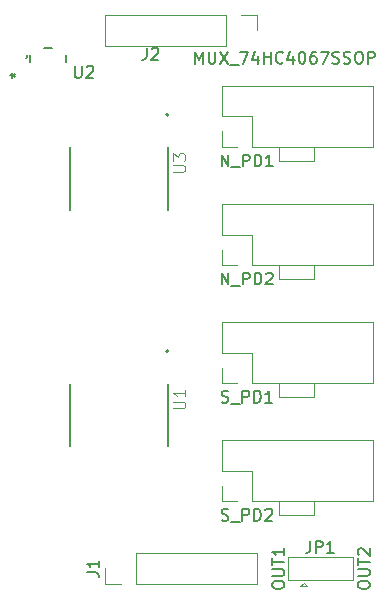
<source format=gto>
%TF.GenerationSoftware,KiCad,Pcbnew,(5.1.6-0-10_14)*%
%TF.CreationDate,2021-04-14T13:26:41+09:00*%
%TF.ProjectId,qPCR-photo_mux_74HC4067SSOP,71504352-2d70-4686-9f74-6f5f6d75785f,rev?*%
%TF.SameCoordinates,Original*%
%TF.FileFunction,Legend,Top*%
%TF.FilePolarity,Positive*%
%FSLAX46Y46*%
G04 Gerber Fmt 4.6, Leading zero omitted, Abs format (unit mm)*
G04 Created by KiCad (PCBNEW (5.1.6-0-10_14)) date 2021-04-14 13:26:41*
%MOMM*%
%LPD*%
G01*
G04 APERTURE LIST*
%ADD10C,0.150000*%
%ADD11C,0.120000*%
%ADD12C,0.152400*%
%ADD13C,0.127000*%
%ADD14C,0.200000*%
%ADD15C,0.015000*%
G04 APERTURE END LIST*
D10*
X113202380Y-111476190D02*
X113202380Y-111285714D01*
X113250000Y-111190476D01*
X113345238Y-111095238D01*
X113535714Y-111047619D01*
X113869047Y-111047619D01*
X114059523Y-111095238D01*
X114154761Y-111190476D01*
X114202380Y-111285714D01*
X114202380Y-111476190D01*
X114154761Y-111571428D01*
X114059523Y-111666666D01*
X113869047Y-111714285D01*
X113535714Y-111714285D01*
X113345238Y-111666666D01*
X113250000Y-111571428D01*
X113202380Y-111476190D01*
X113202380Y-110619047D02*
X114011904Y-110619047D01*
X114107142Y-110571428D01*
X114154761Y-110523809D01*
X114202380Y-110428571D01*
X114202380Y-110238095D01*
X114154761Y-110142857D01*
X114107142Y-110095238D01*
X114011904Y-110047619D01*
X113202380Y-110047619D01*
X113202380Y-109714285D02*
X113202380Y-109142857D01*
X114202380Y-109428571D02*
X113202380Y-109428571D01*
X113297619Y-108857142D02*
X113250000Y-108809523D01*
X113202380Y-108714285D01*
X113202380Y-108476190D01*
X113250000Y-108380952D01*
X113297619Y-108333333D01*
X113392857Y-108285714D01*
X113488095Y-108285714D01*
X113630952Y-108333333D01*
X114202380Y-108904761D01*
X114202380Y-108285714D01*
X105952380Y-111476190D02*
X105952380Y-111285714D01*
X106000000Y-111190476D01*
X106095238Y-111095238D01*
X106285714Y-111047619D01*
X106619047Y-111047619D01*
X106809523Y-111095238D01*
X106904761Y-111190476D01*
X106952380Y-111285714D01*
X106952380Y-111476190D01*
X106904761Y-111571428D01*
X106809523Y-111666666D01*
X106619047Y-111714285D01*
X106285714Y-111714285D01*
X106095238Y-111666666D01*
X106000000Y-111571428D01*
X105952380Y-111476190D01*
X105952380Y-110619047D02*
X106761904Y-110619047D01*
X106857142Y-110571428D01*
X106904761Y-110523809D01*
X106952380Y-110428571D01*
X106952380Y-110238095D01*
X106904761Y-110142857D01*
X106857142Y-110095238D01*
X106761904Y-110047619D01*
X105952380Y-110047619D01*
X105952380Y-109714285D02*
X105952380Y-109142857D01*
X106952380Y-109428571D02*
X105952380Y-109428571D01*
X106952380Y-108285714D02*
X106952380Y-108857142D01*
X106952380Y-108571428D02*
X105952380Y-108571428D01*
X106095238Y-108666666D01*
X106190476Y-108761904D01*
X106238095Y-108857142D01*
X99428571Y-67252380D02*
X99428571Y-66252380D01*
X99761904Y-66966666D01*
X100095238Y-66252380D01*
X100095238Y-67252380D01*
X100571428Y-66252380D02*
X100571428Y-67061904D01*
X100619047Y-67157142D01*
X100666666Y-67204761D01*
X100761904Y-67252380D01*
X100952380Y-67252380D01*
X101047619Y-67204761D01*
X101095238Y-67157142D01*
X101142857Y-67061904D01*
X101142857Y-66252380D01*
X101523809Y-66252380D02*
X102190476Y-67252380D01*
X102190476Y-66252380D02*
X101523809Y-67252380D01*
X102333333Y-67347619D02*
X103095238Y-67347619D01*
X103238095Y-66252380D02*
X103904761Y-66252380D01*
X103476190Y-67252380D01*
X104714285Y-66585714D02*
X104714285Y-67252380D01*
X104476190Y-66204761D02*
X104238095Y-66919047D01*
X104857142Y-66919047D01*
X105238095Y-67252380D02*
X105238095Y-66252380D01*
X105238095Y-66728571D02*
X105809523Y-66728571D01*
X105809523Y-67252380D02*
X105809523Y-66252380D01*
X106857142Y-67157142D02*
X106809523Y-67204761D01*
X106666666Y-67252380D01*
X106571428Y-67252380D01*
X106428571Y-67204761D01*
X106333333Y-67109523D01*
X106285714Y-67014285D01*
X106238095Y-66823809D01*
X106238095Y-66680952D01*
X106285714Y-66490476D01*
X106333333Y-66395238D01*
X106428571Y-66300000D01*
X106571428Y-66252380D01*
X106666666Y-66252380D01*
X106809523Y-66300000D01*
X106857142Y-66347619D01*
X107714285Y-66585714D02*
X107714285Y-67252380D01*
X107476190Y-66204761D02*
X107238095Y-66919047D01*
X107857142Y-66919047D01*
X108428571Y-66252380D02*
X108523809Y-66252380D01*
X108619047Y-66300000D01*
X108666666Y-66347619D01*
X108714285Y-66442857D01*
X108761904Y-66633333D01*
X108761904Y-66871428D01*
X108714285Y-67061904D01*
X108666666Y-67157142D01*
X108619047Y-67204761D01*
X108523809Y-67252380D01*
X108428571Y-67252380D01*
X108333333Y-67204761D01*
X108285714Y-67157142D01*
X108238095Y-67061904D01*
X108190476Y-66871428D01*
X108190476Y-66633333D01*
X108238095Y-66442857D01*
X108285714Y-66347619D01*
X108333333Y-66300000D01*
X108428571Y-66252380D01*
X109619047Y-66252380D02*
X109428571Y-66252380D01*
X109333333Y-66300000D01*
X109285714Y-66347619D01*
X109190476Y-66490476D01*
X109142857Y-66680952D01*
X109142857Y-67061904D01*
X109190476Y-67157142D01*
X109238095Y-67204761D01*
X109333333Y-67252380D01*
X109523809Y-67252380D01*
X109619047Y-67204761D01*
X109666666Y-67157142D01*
X109714285Y-67061904D01*
X109714285Y-66823809D01*
X109666666Y-66728571D01*
X109619047Y-66680952D01*
X109523809Y-66633333D01*
X109333333Y-66633333D01*
X109238095Y-66680952D01*
X109190476Y-66728571D01*
X109142857Y-66823809D01*
X110047619Y-66252380D02*
X110714285Y-66252380D01*
X110285714Y-67252380D01*
X111047619Y-67204761D02*
X111190476Y-67252380D01*
X111428571Y-67252380D01*
X111523809Y-67204761D01*
X111571428Y-67157142D01*
X111619047Y-67061904D01*
X111619047Y-66966666D01*
X111571428Y-66871428D01*
X111523809Y-66823809D01*
X111428571Y-66776190D01*
X111238095Y-66728571D01*
X111142857Y-66680952D01*
X111095238Y-66633333D01*
X111047619Y-66538095D01*
X111047619Y-66442857D01*
X111095238Y-66347619D01*
X111142857Y-66300000D01*
X111238095Y-66252380D01*
X111476190Y-66252380D01*
X111619047Y-66300000D01*
X112000000Y-67204761D02*
X112142857Y-67252380D01*
X112380952Y-67252380D01*
X112476190Y-67204761D01*
X112523809Y-67157142D01*
X112571428Y-67061904D01*
X112571428Y-66966666D01*
X112523809Y-66871428D01*
X112476190Y-66823809D01*
X112380952Y-66776190D01*
X112190476Y-66728571D01*
X112095238Y-66680952D01*
X112047619Y-66633333D01*
X112000000Y-66538095D01*
X112000000Y-66442857D01*
X112047619Y-66347619D01*
X112095238Y-66300000D01*
X112190476Y-66252380D01*
X112428571Y-66252380D01*
X112571428Y-66300000D01*
X113190476Y-66252380D02*
X113380952Y-66252380D01*
X113476190Y-66300000D01*
X113571428Y-66395238D01*
X113619047Y-66585714D01*
X113619047Y-66919047D01*
X113571428Y-67109523D01*
X113476190Y-67204761D01*
X113380952Y-67252380D01*
X113190476Y-67252380D01*
X113095238Y-67204761D01*
X113000000Y-67109523D01*
X112952380Y-66919047D01*
X112952380Y-66585714D01*
X113000000Y-66395238D01*
X113095238Y-66300000D01*
X113190476Y-66252380D01*
X114047619Y-67252380D02*
X114047619Y-66252380D01*
X114428571Y-66252380D01*
X114523809Y-66300000D01*
X114571428Y-66347619D01*
X114619047Y-66442857D01*
X114619047Y-66585714D01*
X114571428Y-66680952D01*
X114523809Y-66728571D01*
X114428571Y-66776190D01*
X114047619Y-66776190D01*
D11*
%TO.C,J2*%
X91808000Y-63110000D02*
X91808000Y-65770000D01*
X102028000Y-63110000D02*
X91808000Y-63110000D01*
X102028000Y-65770000D02*
X91808000Y-65770000D01*
X102028000Y-63110000D02*
X102028000Y-65770000D01*
X103298000Y-63110000D02*
X104628000Y-63110000D01*
X104628000Y-63110000D02*
X104628000Y-64440000D01*
%TO.C,JP1*%
X108900000Y-111500000D02*
X108600000Y-111200000D01*
X108300000Y-111500000D02*
X108900000Y-111500000D01*
X108600000Y-111200000D02*
X108300000Y-111500000D01*
X107250000Y-110950000D02*
X107250000Y-109000000D01*
X112750000Y-110950000D02*
X107250000Y-110950000D01*
X112750000Y-109000000D02*
X112750000Y-110950000D01*
X107250000Y-109000000D02*
X112750000Y-109000000D01*
%TO.C,N_PD1*%
X101670000Y-74330000D02*
X101670000Y-73000000D01*
X103000000Y-74330000D02*
X101670000Y-74330000D01*
X101670000Y-71730000D02*
X101670000Y-69130000D01*
X104270000Y-71730000D02*
X101670000Y-71730000D01*
X104270000Y-74330000D02*
X104270000Y-71730000D01*
X101670000Y-69130000D02*
X114490000Y-69130000D01*
X104270000Y-74330000D02*
X114490000Y-74330000D01*
X114490000Y-74330000D02*
X114490000Y-69130000D01*
X106500000Y-74330000D02*
X106500000Y-75500000D01*
X106500000Y-75500000D02*
X109500000Y-75500000D01*
X109500000Y-75500000D02*
X109500000Y-74330000D01*
%TO.C,N_PD2*%
X109500000Y-85500000D02*
X109500000Y-84330000D01*
X106500000Y-85500000D02*
X109500000Y-85500000D01*
X106500000Y-84330000D02*
X106500000Y-85500000D01*
X114490000Y-84330000D02*
X114490000Y-79130000D01*
X104270000Y-84330000D02*
X114490000Y-84330000D01*
X101670000Y-79130000D02*
X114490000Y-79130000D01*
X104270000Y-84330000D02*
X104270000Y-81730000D01*
X104270000Y-81730000D02*
X101670000Y-81730000D01*
X101670000Y-81730000D02*
X101670000Y-79130000D01*
X103000000Y-84330000D02*
X101670000Y-84330000D01*
X101670000Y-84330000D02*
X101670000Y-83000000D01*
%TO.C,S_PD1*%
X109500000Y-95500000D02*
X109500000Y-94330000D01*
X106500000Y-95500000D02*
X109500000Y-95500000D01*
X106500000Y-94330000D02*
X106500000Y-95500000D01*
X114490000Y-94330000D02*
X114490000Y-89130000D01*
X104270000Y-94330000D02*
X114490000Y-94330000D01*
X101670000Y-89130000D02*
X114490000Y-89130000D01*
X104270000Y-94330000D02*
X104270000Y-91730000D01*
X104270000Y-91730000D02*
X101670000Y-91730000D01*
X101670000Y-91730000D02*
X101670000Y-89130000D01*
X103000000Y-94330000D02*
X101670000Y-94330000D01*
X101670000Y-94330000D02*
X101670000Y-93000000D01*
%TO.C,S_PD2*%
X101670000Y-104330000D02*
X101670000Y-103000000D01*
X103000000Y-104330000D02*
X101670000Y-104330000D01*
X101670000Y-101730000D02*
X101670000Y-99130000D01*
X104270000Y-101730000D02*
X101670000Y-101730000D01*
X104270000Y-104330000D02*
X104270000Y-101730000D01*
X101670000Y-99130000D02*
X114490000Y-99130000D01*
X104270000Y-104330000D02*
X114490000Y-104330000D01*
X114490000Y-104330000D02*
X114490000Y-99130000D01*
X106500000Y-104330000D02*
X106500000Y-105500000D01*
X106500000Y-105500000D02*
X109500000Y-105500000D01*
X109500000Y-105500000D02*
X109500000Y-104330000D01*
D12*
%TO.C,U2*%
X88474000Y-67108716D02*
X88474000Y-66503684D01*
X87287861Y-65929900D02*
X86612139Y-65929900D01*
X85426000Y-66503684D02*
X85426000Y-67108716D01*
X85223516Y-66578377D02*
G75*
G03*
X85121200Y-66806200I202484J-227823D01*
G01*
D13*
%TO.C,U1*%
X88865000Y-94350000D02*
X88865000Y-99650000D01*
X97135000Y-94350000D02*
X97135000Y-99650000D01*
D14*
X97155000Y-91595000D02*
G75*
G03*
X97155000Y-91595000I-100000J0D01*
G01*
%TO.C,U3*%
X97155000Y-71595000D02*
G75*
G03*
X97155000Y-71595000I-100000J0D01*
G01*
D13*
X97135000Y-74350000D02*
X97135000Y-79650000D01*
X88865000Y-74350000D02*
X88865000Y-79650000D01*
D11*
%TO.C,J1*%
X104628000Y-111330000D02*
X104628000Y-108670000D01*
X94408000Y-111330000D02*
X104628000Y-111330000D01*
X94408000Y-108670000D02*
X104628000Y-108670000D01*
X94408000Y-111330000D02*
X94408000Y-108670000D01*
X93138000Y-111330000D02*
X91808000Y-111330000D01*
X91808000Y-111330000D02*
X91808000Y-110000000D01*
%TO.C,J2*%
D10*
X95316666Y-65927380D02*
X95316666Y-66641666D01*
X95269047Y-66784523D01*
X95173809Y-66879761D01*
X95030952Y-66927380D01*
X94935714Y-66927380D01*
X95745238Y-66022619D02*
X95792857Y-65975000D01*
X95888095Y-65927380D01*
X96126190Y-65927380D01*
X96221428Y-65975000D01*
X96269047Y-66022619D01*
X96316666Y-66117857D01*
X96316666Y-66213095D01*
X96269047Y-66355952D01*
X95697619Y-66927380D01*
X96316666Y-66927380D01*
%TO.C,JP1*%
X109166666Y-107677380D02*
X109166666Y-108391666D01*
X109119047Y-108534523D01*
X109023809Y-108629761D01*
X108880952Y-108677380D01*
X108785714Y-108677380D01*
X109642857Y-108677380D02*
X109642857Y-107677380D01*
X110023809Y-107677380D01*
X110119047Y-107725000D01*
X110166666Y-107772619D01*
X110214285Y-107867857D01*
X110214285Y-108010714D01*
X110166666Y-108105952D01*
X110119047Y-108153571D01*
X110023809Y-108201190D01*
X109642857Y-108201190D01*
X111166666Y-108677380D02*
X110595238Y-108677380D01*
X110880952Y-108677380D02*
X110880952Y-107677380D01*
X110785714Y-107820238D01*
X110690476Y-107915476D01*
X110595238Y-107963095D01*
%TO.C,N_PD1*%
X101657142Y-75952380D02*
X101657142Y-74952380D01*
X102228571Y-75952380D01*
X102228571Y-74952380D01*
X102466666Y-76047619D02*
X103228571Y-76047619D01*
X103466666Y-75952380D02*
X103466666Y-74952380D01*
X103847619Y-74952380D01*
X103942857Y-75000000D01*
X103990476Y-75047619D01*
X104038095Y-75142857D01*
X104038095Y-75285714D01*
X103990476Y-75380952D01*
X103942857Y-75428571D01*
X103847619Y-75476190D01*
X103466666Y-75476190D01*
X104466666Y-75952380D02*
X104466666Y-74952380D01*
X104704761Y-74952380D01*
X104847619Y-75000000D01*
X104942857Y-75095238D01*
X104990476Y-75190476D01*
X105038095Y-75380952D01*
X105038095Y-75523809D01*
X104990476Y-75714285D01*
X104942857Y-75809523D01*
X104847619Y-75904761D01*
X104704761Y-75952380D01*
X104466666Y-75952380D01*
X105990476Y-75952380D02*
X105419047Y-75952380D01*
X105704761Y-75952380D02*
X105704761Y-74952380D01*
X105609523Y-75095238D01*
X105514285Y-75190476D01*
X105419047Y-75238095D01*
%TO.C,N_PD2*%
X101657142Y-85952380D02*
X101657142Y-84952380D01*
X102228571Y-85952380D01*
X102228571Y-84952380D01*
X102466666Y-86047619D02*
X103228571Y-86047619D01*
X103466666Y-85952380D02*
X103466666Y-84952380D01*
X103847619Y-84952380D01*
X103942857Y-85000000D01*
X103990476Y-85047619D01*
X104038095Y-85142857D01*
X104038095Y-85285714D01*
X103990476Y-85380952D01*
X103942857Y-85428571D01*
X103847619Y-85476190D01*
X103466666Y-85476190D01*
X104466666Y-85952380D02*
X104466666Y-84952380D01*
X104704761Y-84952380D01*
X104847619Y-85000000D01*
X104942857Y-85095238D01*
X104990476Y-85190476D01*
X105038095Y-85380952D01*
X105038095Y-85523809D01*
X104990476Y-85714285D01*
X104942857Y-85809523D01*
X104847619Y-85904761D01*
X104704761Y-85952380D01*
X104466666Y-85952380D01*
X105419047Y-85047619D02*
X105466666Y-85000000D01*
X105561904Y-84952380D01*
X105800000Y-84952380D01*
X105895238Y-85000000D01*
X105942857Y-85047619D01*
X105990476Y-85142857D01*
X105990476Y-85238095D01*
X105942857Y-85380952D01*
X105371428Y-85952380D01*
X105990476Y-85952380D01*
%TO.C,S_PD1*%
X101657142Y-95904761D02*
X101800000Y-95952380D01*
X102038095Y-95952380D01*
X102133333Y-95904761D01*
X102180952Y-95857142D01*
X102228571Y-95761904D01*
X102228571Y-95666666D01*
X102180952Y-95571428D01*
X102133333Y-95523809D01*
X102038095Y-95476190D01*
X101847619Y-95428571D01*
X101752380Y-95380952D01*
X101704761Y-95333333D01*
X101657142Y-95238095D01*
X101657142Y-95142857D01*
X101704761Y-95047619D01*
X101752380Y-95000000D01*
X101847619Y-94952380D01*
X102085714Y-94952380D01*
X102228571Y-95000000D01*
X102419047Y-96047619D02*
X103180952Y-96047619D01*
X103419047Y-95952380D02*
X103419047Y-94952380D01*
X103800000Y-94952380D01*
X103895238Y-95000000D01*
X103942857Y-95047619D01*
X103990476Y-95142857D01*
X103990476Y-95285714D01*
X103942857Y-95380952D01*
X103895238Y-95428571D01*
X103800000Y-95476190D01*
X103419047Y-95476190D01*
X104419047Y-95952380D02*
X104419047Y-94952380D01*
X104657142Y-94952380D01*
X104800000Y-95000000D01*
X104895238Y-95095238D01*
X104942857Y-95190476D01*
X104990476Y-95380952D01*
X104990476Y-95523809D01*
X104942857Y-95714285D01*
X104895238Y-95809523D01*
X104800000Y-95904761D01*
X104657142Y-95952380D01*
X104419047Y-95952380D01*
X105942857Y-95952380D02*
X105371428Y-95952380D01*
X105657142Y-95952380D02*
X105657142Y-94952380D01*
X105561904Y-95095238D01*
X105466666Y-95190476D01*
X105371428Y-95238095D01*
%TO.C,S_PD2*%
X101657142Y-105904761D02*
X101800000Y-105952380D01*
X102038095Y-105952380D01*
X102133333Y-105904761D01*
X102180952Y-105857142D01*
X102228571Y-105761904D01*
X102228571Y-105666666D01*
X102180952Y-105571428D01*
X102133333Y-105523809D01*
X102038095Y-105476190D01*
X101847619Y-105428571D01*
X101752380Y-105380952D01*
X101704761Y-105333333D01*
X101657142Y-105238095D01*
X101657142Y-105142857D01*
X101704761Y-105047619D01*
X101752380Y-105000000D01*
X101847619Y-104952380D01*
X102085714Y-104952380D01*
X102228571Y-105000000D01*
X102419047Y-106047619D02*
X103180952Y-106047619D01*
X103419047Y-105952380D02*
X103419047Y-104952380D01*
X103800000Y-104952380D01*
X103895238Y-105000000D01*
X103942857Y-105047619D01*
X103990476Y-105142857D01*
X103990476Y-105285714D01*
X103942857Y-105380952D01*
X103895238Y-105428571D01*
X103800000Y-105476190D01*
X103419047Y-105476190D01*
X104419047Y-105952380D02*
X104419047Y-104952380D01*
X104657142Y-104952380D01*
X104800000Y-105000000D01*
X104895238Y-105095238D01*
X104942857Y-105190476D01*
X104990476Y-105380952D01*
X104990476Y-105523809D01*
X104942857Y-105714285D01*
X104895238Y-105809523D01*
X104800000Y-105904761D01*
X104657142Y-105952380D01*
X104419047Y-105952380D01*
X105371428Y-105047619D02*
X105419047Y-105000000D01*
X105514285Y-104952380D01*
X105752380Y-104952380D01*
X105847619Y-105000000D01*
X105895238Y-105047619D01*
X105942857Y-105142857D01*
X105942857Y-105238095D01*
X105895238Y-105380952D01*
X105323809Y-105952380D01*
X105942857Y-105952380D01*
%TO.C,U2*%
X89238095Y-67452380D02*
X89238095Y-68261904D01*
X89285714Y-68357142D01*
X89333333Y-68404761D01*
X89428571Y-68452380D01*
X89619047Y-68452380D01*
X89714285Y-68404761D01*
X89761904Y-68357142D01*
X89809523Y-68261904D01*
X89809523Y-67452380D01*
X90238095Y-67547619D02*
X90285714Y-67500000D01*
X90380952Y-67452380D01*
X90619047Y-67452380D01*
X90714285Y-67500000D01*
X90761904Y-67547619D01*
X90809523Y-67642857D01*
X90809523Y-67738095D01*
X90761904Y-67880952D01*
X90190476Y-68452380D01*
X90809523Y-68452380D01*
X83750580Y-68254000D02*
X83988676Y-68254000D01*
X83893438Y-68492095D02*
X83988676Y-68254000D01*
X83893438Y-68015904D01*
X84179152Y-68396857D02*
X83988676Y-68254000D01*
X84179152Y-68111142D01*
X83750580Y-68254000D02*
X83988676Y-68254000D01*
X83893438Y-68492095D02*
X83988676Y-68254000D01*
X83893438Y-68015904D01*
X84179152Y-68396857D02*
X83988676Y-68254000D01*
X84179152Y-68111142D01*
%TO.C,U1*%
D15*
X97587380Y-96436904D02*
X98396904Y-96436904D01*
X98492142Y-96389285D01*
X98539761Y-96341666D01*
X98587380Y-96246428D01*
X98587380Y-96055952D01*
X98539761Y-95960714D01*
X98492142Y-95913095D01*
X98396904Y-95865476D01*
X97587380Y-95865476D01*
X98587380Y-94865476D02*
X98587380Y-95436904D01*
X98587380Y-95151190D02*
X97587380Y-95151190D01*
X97730238Y-95246428D01*
X97825476Y-95341666D01*
X97873095Y-95436904D01*
%TO.C,U3*%
X97587380Y-76436904D02*
X98396904Y-76436904D01*
X98492142Y-76389285D01*
X98539761Y-76341666D01*
X98587380Y-76246428D01*
X98587380Y-76055952D01*
X98539761Y-75960714D01*
X98492142Y-75913095D01*
X98396904Y-75865476D01*
X97587380Y-75865476D01*
X97587380Y-75484523D02*
X97587380Y-74865476D01*
X97968333Y-75198809D01*
X97968333Y-75055952D01*
X98015952Y-74960714D01*
X98063571Y-74913095D01*
X98158809Y-74865476D01*
X98396904Y-74865476D01*
X98492142Y-74913095D01*
X98539761Y-74960714D01*
X98587380Y-75055952D01*
X98587380Y-75341666D01*
X98539761Y-75436904D01*
X98492142Y-75484523D01*
%TO.C,J1*%
D10*
X90260380Y-110333333D02*
X90974666Y-110333333D01*
X91117523Y-110380952D01*
X91212761Y-110476190D01*
X91260380Y-110619047D01*
X91260380Y-110714285D01*
X91260380Y-109333333D02*
X91260380Y-109904761D01*
X91260380Y-109619047D02*
X90260380Y-109619047D01*
X90403238Y-109714285D01*
X90498476Y-109809523D01*
X90546095Y-109904761D01*
%TD*%
M02*

</source>
